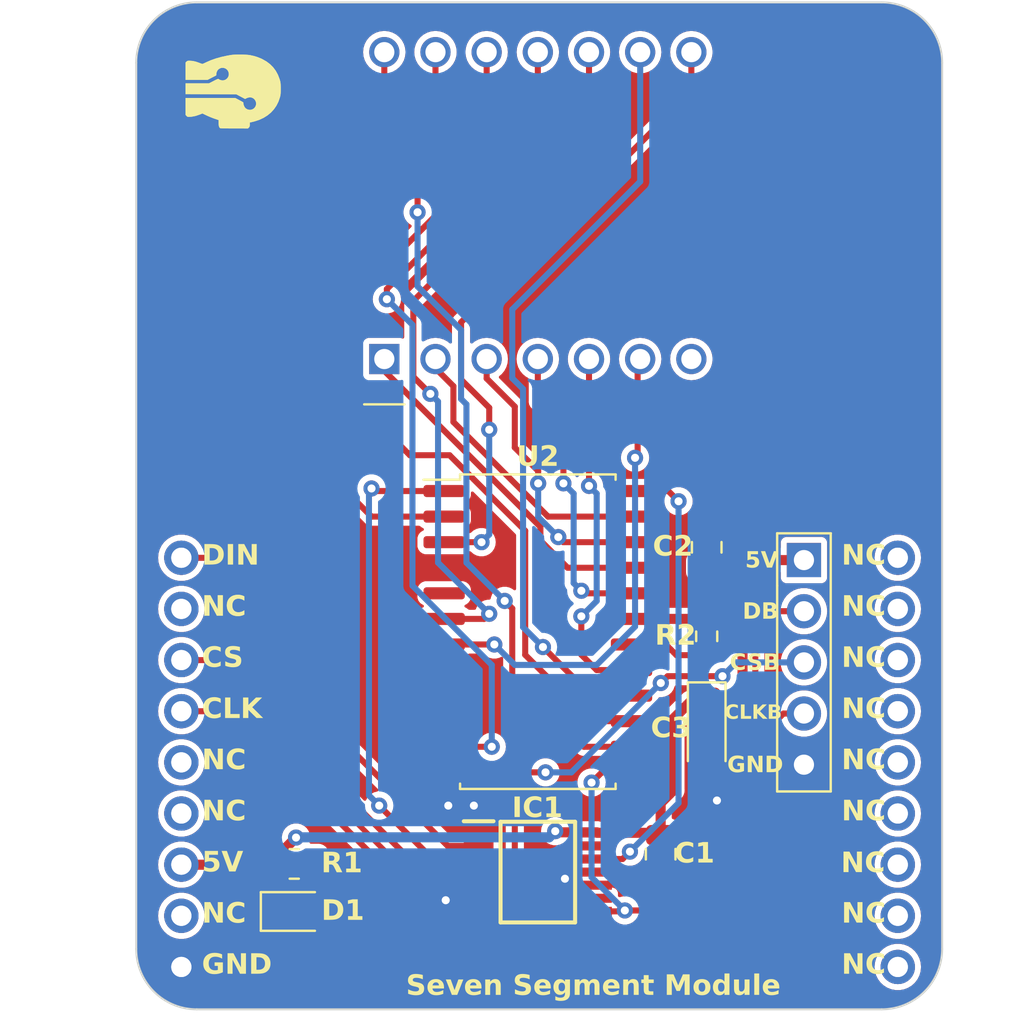
<source format=kicad_pcb>
(kicad_pcb (version 20240108) (generator "pcbnew") (generator_version "8.0")
  (layers (0 "F.Cu" signal) (31 "B.Cu" signal) (34 "B.Paste" user) (35 "F.Paste" user) (36 "B.SilkS" user "B.Silkscreen") (37 "F.SilkS" user "F.Silkscreen") (38 "B.Mask" user) (39 "F.Mask" user) (44 "Edge.Cuts" user))
  (net 0 "")
  (net 1 "+5V")
  (net 2 "GND")
  (net 3 "Net-(D1-A)")
  (net 4 "DIN")
  (net 5 "DINB")
  (net 6 "CS")
  (net 7 "CSB")
  (net 8 "CLKB")
  (net 9 "CLK")
  (net 10 "DOUTB")
  (net 11 "DOUT")
  (net 12 "Net-(U2-ISET)")
  (net 13 "E")
  (net 14 "D")
  (net 15 "DP")
  (net 16 "C")
  (net 17 "G")
  (net 18 "D3")
  (net 20 "D4")
  (net 21 "B")
  (net 22 "D2")
  (net 23 "D1")
  (net 24 "F")
  (net 25 "D0")
  (net 29 "A")
  (footprint "Package_SO:SOIC-24W_7.5x15.4mm_P1.27mm" (layer "F.Cu") (at 110.744 110.871)
    (property "Reference" "U2" (at 0 -8.65 0) (layer "F.SilkS") (effects (font (thickness 0.15) (bold yes))))
    (property "Value" "MAX7219" (hide yes))
    (fp_line (start -3.86 -7.81) (end -3.86 -7.545) (stroke (width 0.12)) (layer "F.SilkS"))
    (fp_line (start -3.86 -7.545) (end -5.675 -7.545) (stroke (width 0.12)) (layer "F.SilkS"))
    (fp_line (start -3.86 7.81) (end -3.86 7.545) (stroke (width 0.12)) (layer "F.SilkS"))
    (fp_line (start 0 -7.81) (end -3.86 -7.81) (stroke (width 0.12)) (layer "F.SilkS"))
    (fp_line (start 0 -7.81) (end 3.86 -7.81) (stroke (width 0.12)) (layer "F.SilkS"))
    (fp_line (start 0 7.81) (end -3.86 7.81) (stroke (width 0.12)) (layer "F.SilkS"))
    (fp_line (start 0 7.81) (end 3.86 7.81) (stroke (width 0.12)) (layer "F.SilkS"))
    (fp_line (start 3.86 -7.81) (end 3.86 -7.545) (stroke (width 0.12)) (layer "F.SilkS"))
    (fp_line (start 3.86 7.81) (end 3.86 7.545) (stroke (width 0.12)) (layer "F.SilkS"))
    (pad "1" smd roundrect (at -4.65 -6.985) (size 2.05 0.6) (layers "F.Cu" "F.Paste" "F.Mask") (net 5 "DINB"))
    (pad "2" smd roundrect (at -4.65 -5.715) (size 2.05 0.6) (layers "F.Cu" "F.Paste" "F.Mask") (net 25 "D0"))
    (pad "3" smd roundrect (at -4.65 -4.445) (size 2.05 0.6) (layers "F.Cu" "F.Paste" "F.Mask") (net 20 "D4"))
    (pad "4" smd roundrect (at -4.65 -3.175) (size 2.05 0.6) (layers "F.Cu" "F.Paste" "F.Mask") (net 2 "GND"))
    (pad "5" smd roundrect (at -4.65 -1.905) (size 2.05 0.6) (layers "F.Cu" "F.Paste" "F.Mask"))
    (pad "6" smd roundrect (at -4.65 -0.635) (size 2.05 0.6) (layers "F.Cu" "F.Paste" "F.Mask") (net 22 "D2"))
    (pad "7" smd roundrect (at -4.65 0.635) (size 2.05 0.6) (layers "F.Cu" "F.Paste" "F.Mask") (net 18 "D3"))
    (pad "8" smd roundrect (at -4.65 1.905) (size 2.05 0.6) (layers "F.Cu" "F.Paste" "F.Mask"))
    (pad "9" smd roundrect (at -4.65 3.175) (size 2.05 0.6) (layers "F.Cu" "F.Paste" "F.Mask") (net 2 "GND"))
    (pad "10" smd roundrect (at -4.65 4.445) (size 2.05 0.6) (layers "F.Cu" "F.Paste" "F.Mask"))
    (pad "11" smd roundrect (at -4.65 5.715) (size 2.05 0.6) (layers "F.Cu" "F.Paste" "F.Mask") (net 23 "D1"))
    (pad "12" smd roundrect (at -4.65 6.985) (size 2.05 0.6) (layers "F.Cu" "F.Paste" "F.Mask") (net 7 "CSB"))
    (pad "13" smd roundrect (at 4.65 6.985) (size 2.05 0.6) (layers "F.Cu" "F.Paste" "F.Mask") (net 8 "CLKB"))
    (pad "14" smd roundrect (at 4.65 5.715) (size 2.05 0.6) (layers "F.Cu" "F.Paste" "F.Mask") (net 29 "A"))
    (pad "15" smd roundrect (at 4.65 4.445) (size 2.05 0.6) (layers "F.Cu" "F.Paste" "F.Mask") (net 24 "F"))
    (pad "16" smd roundrect (at 4.65 3.175) (size 2.05 0.6) (layers "F.Cu" "F.Paste" "F.Mask") (net 21 "B"))
    (pad "17" smd roundrect (at 4.65 1.905) (size 2.05 0.6) (layers "F.Cu" "F.Paste" "F.Mask") (net 17 "G"))
    (pad "18" smd roundrect (at 4.65 0.635) (size 2.05 0.6) (layers "F.Cu" "F.Paste" "F.Mask") (net 12 "Net-(U2-ISET)"))
    (pad "19" smd roundrect (at 4.65 -0.635) (size 2.05 0.6) (layers "F.Cu" "F.Paste" "F.Mask") (net 1 "+5V"))
    (pad "20" smd roundrect (at 4.65 -1.905) (size 2.05 0.6) (layers "F.Cu" "F.Paste" "F.Mask") (net 16 "C"))
    (pad "21" smd roundrect (at 4.65 -3.175) (size 2.05 0.6) (layers "F.Cu" "F.Paste" "F.Mask") (net 13 "E"))
    (pad "22" smd roundrect (at 4.65 -4.445) (size 2.05 0.6) (layers "F.Cu" "F.Paste" "F.Mask") (net 15 "DP"))
    (pad "23" smd roundrect (at 4.65 -5.715) (size 2.05 0.6) (layers "F.Cu" "F.Paste" "F.Mask") (net 14 "D"))
    (pad "24" smd roundrect (at 4.65 -6.985) (size 2.05 0.6) (layers "F.Cu" "F.Paste" "F.Mask") (net 11 "DOUT"))
  )
  (footprint "Capacitor_SMD:C_0805_2012Metric" (layer "F.Cu") (at 119.126 106.68 90)
    (property "Reference" "C2" (at 0 -1.68 180) (layer "F.SilkS") (effects (font (thickness 0.15) (bold yes))))
    (property "Value" "0.1uF" (hide yes))
    (fp_line (start -0.261252 -0.735) (end 0.261252 -0.735) (stroke (width 0.12)) (layer "F.SilkS"))
    (fp_line (start -0.261252 0.735) (end 0.261252 0.735) (stroke (width 0.12)) (layer "F.SilkS"))
    (pad "1" smd roundrect (at -0.95 0 90) (size 1 1.45) (layers "F.Cu" "F.Paste" "F.Mask") (net 1 "+5V"))
    (pad "2" smd roundrect (at 0.95 0 90) (size 1 1.45) (layers "F.Cu" "F.Paste" "F.Mask") (net 2 "GND"))
  )
  (footprint "74LVC125APW:SOP65P640X110-14N" (layer "F.Cu") (at 110.744 122.809)
    (property "Reference" "IC1" (at -0.0254 -3.1496 0) (layer "F.SilkS") (effects (font (thickness 0.254) (bold yes))))
    (property "Value" "74HCT125PW,118" (hide yes))
    (fp_line (start -3.675 -2.525) (end -2.2 -2.525) (stroke (width 0.2)) (layer "F.SilkS"))
    (fp_line (start -1.85 -2.5) (end 1.85 -2.5) (stroke (width 0.2)) (layer "F.SilkS"))
    (fp_line (start -1.85 2.5) (end -1.85 -2.5) (stroke (width 0.2)) (layer "F.SilkS"))
    (fp_line (start 1.85 -2.5) (end 1.85 2.5) (stroke (width 0.2)) (layer "F.SilkS"))
    (fp_line (start 1.85 2.5) (end -1.85 2.5) (stroke (width 0.2)) (layer "F.SilkS"))
    (pad "1" smd rect (at -2.938 -1.95 90) (size 0.45 1.475) (layers "F.Cu" "F.Paste" "F.Mask") (net 2 "GND"))
    (pad "2" smd rect (at -2.938 -1.3 90) (size 0.45 1.475) (layers "F.Cu" "F.Paste" "F.Mask") (net 4 "DIN"))
    (pad "3" smd rect (at -2.938 -0.65 90) (size 0.45 1.475) (layers "F.Cu" "F.Paste" "F.Mask") (net 5 "DINB"))
    (pad "4" smd rect (at -2.938 0 90) (size 0.45 1.475) (layers "F.Cu" "F.Paste" "F.Mask") (net 2 "GND"))
    (pad "5" smd rect (at -2.938 0.65 90) (size 0.45 1.475) (layers "F.Cu" "F.Paste" "F.Mask") (net 6 "CS"))
    (pad "6" smd rect (at -2.938 1.3 90) (size 0.45 1.475) (layers "F.Cu" "F.Paste" "F.Mask") (net 7 "CSB"))
    (pad "7" smd rect (at -2.938 1.95 90) (size 0.45 1.475) (layers "F.Cu" "F.Paste" "F.Mask") (net 2 "GND"))
    (pad "8" smd rect (at 2.938 1.95 90) (size 0.45 1.475) (layers "F.Cu" "F.Paste" "F.Mask") (net 8 "CLKB"))
    (pad "9" smd rect (at 2.938 1.3 90) (size 0.45 1.475) (layers "F.Cu" "F.Paste" "F.Mask") (net 9 "CLK"))
    (pad "10" smd rect (at 2.938 0.65 90) (size 0.45 1.475) (layers "F.Cu" "F.Paste" "F.Mask") (net 2 "GND"))
    (pad "11" smd rect (at 2.938 0 90) (size 0.45 1.475) (layers "F.Cu" "F.Paste" "F.Mask") (net 10 "DOUTB"))
    (pad "12" smd rect (at 2.938 -0.65 90) (size 0.45 1.475) (layers "F.Cu" "F.Paste" "F.Mask") (net 11 "DOUT"))
    (pad "13" smd rect (at 2.938 -1.3 90) (size 0.45 1.475) (layers "F.Cu" "F.Paste" "F.Mask") (net 2 "GND"))
    (pad "14" smd rect (at 2.938 -1.95 90) (size 0.45 1.475) (layers "F.Cu" "F.Paste" "F.Mask") (net 1 "+5V"))
  )
  (footprint "Capacitor_SMD:C_0805_2012Metric" (layer "F.Cu") (at 116.84 121.92 -90)
    (property "Reference" "C1" (at 0 -1.68 180) (layer "F.SilkS") (effects (font (thickness 0.15) (bold yes))))
    (property "Value" "0.1uF" (hide yes))
    (fp_line (start -0.261252 0.735) (end 0.261252 0.735) (stroke (width 0.12)) (layer "F.SilkS"))
    (fp_line (start -0.261252 -0.735) (end 0.261252 -0.735) (stroke (width 0.12)) (layer "F.SilkS"))
    (pad "1" smd roundrect (at -0.95 0 270) (size 1 1.45) (layers "F.Cu" "F.Paste" "F.Mask") (net 1 "+5V"))
    (pad "2" smd roundrect (at 0.95 0 270) (size 1 1.45) (layers "F.Cu" "F.Paste" "F.Mask") (net 2 "GND"))
  )
  (footprint "Connector_PinHeader_2.54mm:PinHeader_1x05_P2.54mm_Vertical" (layer "F.Cu") (at 123.952 107.315)
    (property "Reference" "J1" (hide yes))
    (property "Value" "Conn_01x05_Pin" (hide yes))
    (fp_line (start -1.33 -1.33) (end 1.337 -1.33) (stroke (width 0.12)) (layer "F.SilkS"))
    (fp_line (start -1.33 1.27) (end -1.33 -1.33) (stroke (width 0.12)) (layer "F.SilkS"))
    (fp_line (start -1.33 1.27) (end -1.33 11.49) (stroke (width 0.12)) (layer "F.SilkS"))
    (fp_line (start -1.33 11.49) (end 1.33 11.49) (stroke (width 0.12)) (layer "F.SilkS"))
    (fp_line (start 1.33 -1.3208) (end 1.33 11.49) (stroke (width 0.12)) (layer "F.SilkS"))
    (pad "1" thru_hole rect (at 0 0) (size 1.7 1.7) (drill 1) (layers "*.Cu" "*.Mask") (net 1 "+5V"))
    (pad "2" thru_hole oval (at 0 2.54) (size 1.7 1.7) (drill 1) (layers "*.Cu" "*.Mask") (net 10 "DOUTB"))
    (pad "3" thru_hole oval (at 0 5.08) (size 1.7 1.7) (drill 1) (layers "*.Cu" "*.Mask") (net 7 "CSB"))
    (pad "4" thru_hole oval (at 0 7.62) (size 1.7 1.7) (drill 1) (layers "*.Cu" "*.Mask") (net 8 "CLKB"))
    (pad "5" thru_hole oval (at 0 10.16) (size 1.7 1.7) (drill 1) (layers "*.Cu" "*.Mask") (net 2 "GND"))
  )
  (footprint "meminle:CA56-12CGKWA" (layer "F.Cu") (at 103.124 97.3315 90)
    (property "Reference" "U1" (hide yes))
    (property "Value" "CA56-12CGKWA" (hide yes))
    (fp_line (start -2.25 -1) (end -2.25 1) (stroke (width 0.12)) (layer "F.SilkS"))
    (pad "1" thru_hole rect (at 0 0 90) (size 1.5 1.5) (drill 1) (layers "*.Cu" "*.Mask") (net 13 "E"))
    (pad "2" thru_hole circle (at 0 2.54 90) (size 1.5 1.5) (drill 1) (layers "*.Cu" "*.Mask") (net 14 "D"))
    (pad "3" thru_hole circle (at 0 5.08 90) (size 1.5 1.5) (drill 1) (layers "*.Cu" "*.Mask") (net 15 "DP"))
    (pad "4" thru_hole circle (at 0 7.62 90) (size 1.5 1.5) (drill 1) (layers "*.Cu" "*.Mask") (net 16 "C"))
    (pad "5" thru_hole circle (at 0 10.16 90) (size 1.5 1.5) (drill 1) (layers "*.Cu" "*.Mask") (net 17 "G"))
    (pad "6" thru_hole circle (at 0 12.7 90) (size 1.5 1.5) (drill 1) (layers "*.Cu" "*.Mask") (net 18 "D3"))
    (pad "7" thru_hole circle (at 0 15.24 90) (size 1.5 1.5) (drill 1) (layers "*.Cu" "*.Mask"))
    (pad "8" thru_hole circle (at 15.24 15.24 90) (size 1.5 1.5) (drill 1) (layers "*.Cu" "*.Mask") (net 20 "D4"))
    (pad "9" thru_hole circle (at 15.24 12.7 90) (size 1.5 1.5) (drill 1) (layers "*.Cu" "*.Mask") (net 21 "B"))
    (pad "10" thru_hole circle (at 15.24 10.16 90) (size 1.5 1.5) (drill 1) (layers "*.Cu" "*.Mask") (net 22 "D2"))
    (pad "11" thru_hole circle (at 15.24 7.62 90) (size 1.5 1.5) (drill 1) (layers "*.Cu" "*.Mask") (net 23 "D1"))
    (pad "12" thru_hole circle (at 15.24 5.08 90) (size 1.5 1.5) (drill 1) (layers "*.Cu" "*.Mask") (net 24 "F"))
    (pad "13" thru_hole circle (at 15.24 2.54 90) (size 1.5 1.5) (drill 1) (layers "*.Cu" "*.Mask") (net 29 "A"))
    (pad "14" thru_hole circle (at 15.24 0 90) (size 1.5 1.5) (drill 1) (layers "*.Cu" "*.Mask") (net 25 "D0"))
  )
  (footprint "Capacitor_Tantalum_SMD:CP_EIA-3216-10_Kemet-I" (layer "F.Cu") (at 119.126 115.697 -90)
    (property "Reference" "C3" (at 0 1.778 180) (layer "F.SilkS") (effects (font (thickness 0.15) (bold yes))))
    (property "Value" "C_Polarized" (hide yes))
    (fp_line (start -2.31 0.935) (end 1.6 0.935) (stroke (width 0.12)) (layer "F.SilkS"))
    (fp_line (start -2.31 -0.935) (end -2.31 0.935) (stroke (width 0.12)) (layer "F.SilkS"))
    (fp_line (start 1.6 -0.935) (end -2.31 -0.935) (stroke (width 0.12)) (layer "F.SilkS"))
    (pad "1" smd roundrect (at -1.35 0 270) (size 1.4 1.35) (layers "F.Cu" "F.Paste" "F.Mask") (roundrect_rratio 0.185185) (net 1 "+5V"))
    (pad "2" smd roundrect (at 1.35 0 270) (size 1.4 1.35) (layers "F.Cu" "F.Paste" "F.Mask") (roundrect_rratio 0.185185) (net 2 "GND"))
  )
  (footprint "Resistor_SMD:R_0805_2012Metric" (layer "F.Cu") (at 98.6536 122.4026)
    (property "Reference" "R1" (at 2.3622 0 180) (layer "F.SilkS") (effects (font (thickness 0.15) (bold yes))))
    (property "Value" "R" (hide yes))
    (fp_line (start -0.227064 -0.735) (end 0.227064 -0.735) (stroke (width 0.12)) (layer "F.SilkS"))
    (fp_line (start -0.227064 0.735) (end 0.227064 0.735) (stroke (width 0.12)) (layer "F.SilkS"))
    (pad "1" smd roundrect (at -0.9125 0) (size 1.025 1.4) (layers "F.Cu" "F.Paste" "F.Mask") (roundrect_rratio 0.243902) (net 1 "+5V"))
    (pad "2" smd roundrect (at 0.9125 0) (size 1.025 1.4) (layers "F.Cu" "F.Paste" "F.Mask") (roundrect_rratio 0.243902) (net 3 "Net-(D1-A)"))
  )
  (footprint "Resistor_SMD:R_0603_1608Metric" (layer "F.Cu") (at 119.126 111.0996 -90)
    (property "Reference" "R2" (at 0 1.5494 180) (layer "F.SilkS") (effects (font (thickness 0.15) (bold yes))))
    (property "Value" "10k" (hide yes))
    (fp_line (start -0.237258 0.5225) (end 0.237258 0.5225) (stroke (width 0.12)) (layer "F.SilkS"))
    (fp_line (start -0.237258 -0.5225) (end 0.237258 -0.5225) (stroke (width 0.12)) (layer "F.SilkS"))
    (pad "1" smd roundrect (at -0.825 0 270) (size 0.8 0.95) (layers "F.Cu" "F.Paste" "F.Mask") (net 1 "+5V"))
    (pad "2" smd roundrect (at 0.825 0 270) (size 0.8 0.95) (layers "F.Cu" "F.Paste" "F.Mask") (net 12 "Net-(U2-ISET)"))
  )
  (footprint "Moduler_:pin_header_5-3" (layer "F.Cu") (at 110.801366 117.391598)
    (property "Reference" "U3" (hide yes))
    (property "Value" "~" (hide yes))
    (fp_poly (pts (xy -14.710948 -35.17884) (xy -14.585939 -35.174576) (xy -14.474002 -35.167811) (xy -14.382368 -35.158606) (xy -14.34329 -35.152534) (xy -14.154835 -35.11138) (xy -13.984897 -35.060364) (xy -13.820935 -34.995405) (xy -13.73097 -34.953342) (xy -13.527375 -34.837922) (xy -13.348687 -34.703228) (xy -13.194484 -34.548746) (xy -13.064344 -34.373962) (xy -12.957846 -34.178362) (xy -12.874566 -33.961431) (xy -12.851087 -33.881335) (xy -12.838325 -33.829151) (xy -12.829212 -33.776795) (xy -12.823172 -33.71741) (xy -12.81963 -33.644137) (xy -12.818011 -33.550119) (xy -12.817726 -33.483485) (xy -12.818037 -33.37837) (xy -12.819745 -33.297491) (xy -12.823539 -33.2335) (xy -12.830105 -33.17905) (xy -12.840132 -33.126793) (xy -12.854308 -33.06938) (xy -12.857653 -33.056811) (xy -12.93108 -32.841374) (xy -13.030729 -32.642803) (xy -13.155513 -32.462084) (xy -13.304344 -32.300201) (xy -13.476134 -32.158139) (xy -13.669797 -32.036884) (xy -13.884244 -31.93742) (xy -14.118388 -31.860732) (xy -14.200901 -31.840337) (xy -14.354913 -31.805212) (xy -14.354913 -31.70327) (xy -14.356453 -31.645196) (xy -14.363385 -31.60754) (xy -14.379173 -31.579187) (xy -14.401086 -31.555155) (xy -14.447259 -31.508982) (xy -15.123754 -31.509463) (xy -15.31892 -31.51001) (xy -15.482554 -31.511353) (xy -15.614702 -31.513493) (xy -15.715413 -31.516432) (xy -15.784737 -31.52017) (xy -15.82272 -31.524708) (xy -15.829372 -31.526872) (xy -15.865071 -31.564552) (xy -15.888907 -31.629647) (xy -15.90111 -31.722975) (xy -15.902948 -31.788854) (xy -15.902973 -31.927577) (xy -16.102689 -31.995173) (xy -16.198979 -32.03008) (xy -16.30906 -32.073627) (xy -16.41864 -32.119985) (xy -16.504486 -32.15904) (xy -16.706568 -32.255311) (xy -16.850424 -32.197068) (xy -17.03963 -32.132811) (xy -17.221023 -32.096904) (xy -17.33758 -32.088314) (xy -17.397934 -32.087624) (xy -17.436315 -32.091059) (xy -17.462315 -32.101512) (xy -17.485529 -32.121876) (xy -17.499489 -32.137123) (xy -17.545709 -32.18871) (xy -17.545709 -32.607055) (xy -17.545709 -33.0254) (xy -16.312292 -33.0254) (xy -15.078876 -33.0254) (xy -14.869167 -32.91472) (xy -14.788206 -32.871562) (xy -14.731432 -32.839759) (xy -14.694859 -32.816377) (xy -14.6745 -32.798482) (xy -14.666369 -32.783139) (xy -14.666477 -32.767412) (xy -14.666779 -32.765751) (xy -14.665126 -32.712626) (xy -14.646602 -32.647798) (xy -14.615766 -32.582773) (xy -14.577176 -32.529059) (xy -14.570128 -32.521836) (xy -14.521593 -32.485665) (xy -14.46201 -32.455235) (xy -14.440165 -32.447418) (xy -14.346411 -32.433525) (xy -14.258748 -32.44701) (xy -14.180875 -32.483784) (xy -14.116492 -32.539757) (xy -14.069298 -32.610842) (xy -14.042993 -32.692949) (xy -14.041277 -32.781989) (xy -14.06344 -32.863783) (xy -14.114073 -32.948142) (xy -14.183136 -33.009345) (xy -14.265955 -33.045786) (xy -14.35786 -33.055858) (xy -14.454177 -33.037956) (xy -14.506418 -33.016072) (xy -14.587296 -32.975152) (xy -14.80677 -33.091103) (xy -15.026244 -33.207055) (xy -16.285976 -33.211369) (xy -17.545709 -33.215684) (xy -17.545709 -33.483851) (xy -17.545709 -33.752017) (xy -16.961474 -33.752017) (xy -16.377239 -33.752017) (xy -16.149006 -33.870641) (xy -16.050994 -33.920159) (xy -15.978201 -33.95376) (xy -15.93116 -33.971216) (xy -15.91041 -33.972302) (xy -15.909899 -33.97167) (xy -15.889735 -33.954812) (xy -15.851779 -33.93309) (xy -15.833841 -33.924476) (xy -15.74271 -33.898346) (xy -15.654046 -33.900218) (xy -15.572016 -33.926547) (xy -15.500786 -33.973787) (xy -15.444523 -34.038396) (xy -15.407394 -34.116826) (xy -15.393566 -34.205535) (xy -15.404165 -34.29) (xy -15.441455 -34.376665) (xy -15.500566 -34.445985) (xy -15.575798 -34.495062) (xy -15.661453 -34.520999) (xy -15.751831 -34.520897) (xy -15.820285 -34.501574) (xy -15.90513 -34.451436) (xy -15.965566 -34.38171) (xy -16.00221 -34.291517) (xy -16.012904 -34.228531) (xy -16.021393 -34.144286) (xy -16.233611 -34.03503) (xy -16.445829 -33.925773) (xy -16.995769 -33.925773) (xy -17.545709 -33.925773) (xy -17.545709 -34.353481) (xy -17.545709 -34.781189) (xy -17.499536 -34.827362) (xy -17.472807 -34.851465) (xy -17.44641 -34.865291) (xy -17.410518 -34.871628) (xy -17.355302 -34.87326) (xy -17.337627 -34.87326) (xy -17.1905 -34.86262) (xy -17.039194 -34.830323) (xy -16.876273 -34.774761) (xy -16.86862 -34.771717) (xy -16.805513 -34.747338) (xy -16.752102 -34.728303) (xy -16.716061 -34.71727) (xy -16.706518 -34.715574) (xy -16.684698 -34.722235) (xy -16.640805 -34.740425) (xy -16.580976 -34.767455) (xy -16.511349 -34.800638) (xy -16.503128 -34.804659) (xy -16.279364 -34.902437) (xy -16.029016 -34.989762) (xy -15.755661 -35.065594) (xy -15.46287 -35.128896) (xy -15.27898 -35.160488) (xy -15.197078 -35.169653) (xy -15.092093 -35.176009) (xy -14.971256 -35.179618) (xy -14.841797 -35.180541)) (fill solid) (layer "F.SilkS"))
    (fp_poly (pts (xy -14.710948 -35.17884) (xy -14.585939 -35.174576) (xy -14.474002 -35.167811) (xy -14.382368 -35.158606) (xy -14.34329 -35.152534) (xy -14.154835 -35.11138) (xy -13.984897 -35.060364) (xy -13.820935 -34.995405) (xy -13.73097 -34.953342) (xy -13.527375 -34.837922) (xy -13.348687 -34.703228) (xy -13.194484 -34.548746) (xy -13.064344 -34.373962) (xy -12.957846 -34.178362) (xy -12.874566 -33.961431) (xy -12.851087 -33.881335) (xy -12.838325 -33.829151) (xy -12.829212 -33.776795) (xy -12.823172 -33.71741) (xy -12.81963 -33.644137) (xy -12.818011 -33.550119) (xy -12.817726 -33.483485) (xy -12.818037 -33.37837) (xy -12.819745 -33.297491) (xy -12.823539 -33.2335) (xy -12.830105 -33.17905) (xy -12.840132 -33.126793) (xy -12.854308 -33.06938) (xy -12.857653 -33.056811) (xy -12.93108 -32.841374) (xy -13.030729 -32.642803) (xy -13.155513 -32.462084) (xy -13.304344 -32.300201) (xy -13.476134 -32.158139) (xy -13.669797 -32.036884) (xy -13.884244 -31.93742) (xy -14.118388 -31.860732) (xy -14.200901 -31.840337) (xy -14.354913 -31.805212) (xy -14.354913 -31.70327) (xy -14.356453 -31.645196) (xy -14.363385 -31.60754) (xy -14.379173 -31.579187) (xy -14.401086 -31.555155) (xy -14.447259 -31.508982) (xy -15.123754 -31.509463) (xy -15.31892 -31.51001) (xy -15.482554 -31.511353) (xy -15.614702 -31.513493) (xy -15.715413 -31.516432) (xy -15.784737 -31.52017) (xy -15.82272 -31.524708) (xy -15.829372 -31.526872) (xy -15.865071 -31.564552) (xy -15.888907 -31.629647) (xy -15.90111 -31.722975) (xy -15.902948 -31.788854) (xy -15.902973 -31.927577) (xy -16.102689 -31.995173) (xy -16.198979 -32.03008) (xy -16.30906 -32.073627) (xy -16.41864 -32.119985) (xy -16.504486 -32.15904) (xy -16.706568 -32.255311) (xy -16.850424 -32.197068) (xy -17.03963 -32.132811) (xy -17.221023 -32.096904) (xy -17.33758 -32.088314) (xy -17.397934 -32.087624) (xy -17.436315 -32.091059) (xy -17.462315 -32.101512) (xy -17.485529 -32.121876) (xy -17.499489 -32.137123) (xy -17.545709 -32.18871) (xy -17.545709 -32.607055) (xy -17.545709 -33.0254) (xy -16.312292 -33.0254) (xy -15.078876 -33.0254) (xy -14.869167 -32.91472) (xy -14.788206 -32.871562) (xy -14.731432 -32.839759) (xy -14.694859 -32.816377) (xy -14.6745 -32.798482) (xy -14.666369 -32.783139) (xy -14.666477 -32.767412) (xy -14.666779 -32.765751) (xy -14.665126 -32.712626) (xy -14.646602 -32.647798) (xy -14.615766 -32.582773) (xy -14.577176 -32.529059) (xy -14.570128 -32.521836) (xy -14.521593 -32.485665) (xy -14.46201 -32.455235) (xy -14.440165 -32.447418) (xy -14.346411 -32.433525) (xy -14.258748 -32.44701) (xy -14.180875 -32.483784) (xy -14.116492 -32.539757) (xy -14.069298 -32.610842) (xy -14.042993 -32.692949) (xy -14.041277 -32.781989) (xy -14.06344 -32.863783) (xy -14.114073 -32.948142) (xy -14.183136 -33.009345) (xy -14.265955 -33.045786) (xy -14.35786 -33.055858) (xy -14.454177 -33.037956) (xy -14.506418 -33.016072) (xy -14.587296 -32.975152) (xy -14.80677 -33.091103) (xy -15.026244 -33.207055) (xy -16.285976 -33.211369) (xy -17.545709 -33.215684) (xy -17.545709 -33.483851) (xy -17.545709 -33.752017) (xy -16.961474 -33.752017) (xy -16.377239 -33.752017) (xy -16.149006 -33.870641) (xy -16.050994 -33.920159) (xy -15.978201 -33.95376) (xy -15.93116 -33.971216) (xy -15.91041 -33.972302) (xy -15.909899 -33.97167) (xy -15.889735 -33.954812) (xy -15.851779 -33.93309) (xy -15.833841 -33.924476) (xy -15.74271 -33.898346) (xy -15.654046 -33.900218) (xy -15.572016 -33.926547) (xy -15.500786 -33.973787) (xy -15.444523 -34.038396) (xy -15.407394 -34.116826) (xy -15.393566 -34.205535) (xy -15.404165 -34.29) (xy -15.441455 -34.376665) (xy -15.500566 -34.445985) (xy -15.575798 -34.495062) (xy -15.661453 -34.520999) (xy -15.751831 -34.520897) (xy -15.820285 -34.501574) (xy -15.90513 -34.451436) (xy -15.965566 -34.38171) (xy -16.00221 -34.291517) (xy -16.012904 -34.228531) (xy -16.021393 -34.144286) (xy -16.233611 -34.03503) (xy -16.445829 -33.925773) (xy -16.995769 -33.925773) (xy -17.545709 -33.925773) (xy -17.545709 -34.353481) (xy -17.545709 -34.781189) (xy -17.499536 -34.827362) (xy -17.472807 -34.851465) (xy -17.44641 -34.865291) (xy -17.410518 -34.871628) (xy -17.355302 -34.87326) (xy -17.337627 -34.87326) (xy -17.1905 -34.86262) (xy -17.039194 -34.830323) (xy -16.876273 -34.774761) (xy -16.86862 -34.771717) (xy -16.805513 -34.747338) (xy -16.752102 -34.728303) (xy -16.716061 -34.71727) (xy -16.706518 -34.715574) (xy -16.684698 -34.722235) (xy -16.640805 -34.740425) (xy -16.580976 -34.767455) (xy -16.511349 -34.800638) (xy -16.503128 -34.804659) (xy -16.279364 -34.902437) (xy -16.029016 -34.989762) (xy -15.755661 -35.065594) (xy -15.46287 -35.128896) (xy -15.27898 -35.160488) (xy -15.197078 -35.169653) (xy -15.092093 -35.176009) (xy -14.971256 -35.179618) (xy -14.841797 -35.180541)) (fill solid) (layer "F.SilkS"))
    (fp_line (start -19.9898 9.2302) (end -19.9898 -34.7698) (stroke (width 0.1)) (layer "Edge.Cuts"))
    (fp_line (start -16.9898 -37.7698) (end 17.0102 -37.7698) (stroke (width 0.1)) (layer "Edge.Cuts"))
    (fp_line (start 17.0102 12.2302) (end -16.9898 12.2302) (stroke (width 0.1)) (layer "Edge.Cuts"))
    (fp_line (start 20.0102 -34.7698) (end 20.0102 9.2302) (stroke (width 0.1)) (layer "Edge.Cuts"))
    (fp_arc (start -19.9898 -34.7698) (mid -19.11112 -36.89112) (end -16.9898 -37.7698) (stroke (width 0.1)) (layer "Edge.Cuts"))
    (fp_arc (start -16.9898 12.2302) (mid -19.11112 11.35152) (end -19.9898 9.2302) (stroke (width 0.1)) (layer "Edge.Cuts"))
    (fp_arc (start 17.0102 -37.7698) (mid 19.13152 -36.89112) (end 20.0102 -34.7698) (stroke (width 0.1)) (layer "Edge.Cuts"))
    (fp_arc (start 20.0102 9.2302) (mid 19.13152 11.35152) (end 17.0102 12.2302) (stroke (width 0.1)) (layer "Edge.Cuts"))
    (fp_text user "NC" (at -16.735366 -7.143598 0) (layer "F.SilkS") (effects (font (thickness 0.2) (bold yes)) (justify left bottom)))
    (fp_text user "NC" (at 15.014634 -7.143598 0) (layer "F.SilkS") (effects (font (thickness 0.2) (bold yes)) (justify left bottom)))
    (fp_text user "NC" (at -16.735366 -7.143598 0) (layer "F.SilkS") (effects (font (thickness 0.2) (bold yes)) (justify left bottom)))
    (fp_text user "5V" (at -16.735366 5.556402 0) (layer "F.SilkS") (effects (font (thickness 0.2) (bold yes)) (justify left bottom)))
    (fp_text user "DIN" (at -16.735366 -9.683598 0) (layer "F.SilkS") (effects (font (thickness 0.2) (bold yes)) (justify left bottom)))
    (fp_text user "NC" (at -16.735366 8.096402 0) (layer "F.SilkS") (effects (font (thickness 0.2) (bold yes)) (justify left bottom)))
    (fp_text user "NC" (at -16.735366 3.016402 0) (layer "F.SilkS") (effects (font (thickness 0.2) (bold yes)) (justify left bottom)))
    (fp_text user "NC" (at 15.014634 8.096402 0) (layer "F.SilkS") (effects (font (thickness 0.2) (bold yes)) (justify left bottom)))
    (fp_text user "CS" (at -16.735366 -4.603598 0) (layer "F.SilkS") (effects (font (thickness 0.2) (bold yes)) (justify left bottom)))
    (fp_text user "Seven Segment Module" (at -6.604 11.684 0) (layer "F.SilkS") (effects (font (thickness 0.1) (bold yes)) (justify left bottom)))
    (fp_text user "NC" (at 15.014634 10.636402 0) (layer "F.SilkS") (effects (font (thickness 0.2) (bold yes)) (justify left bottom)))
    (fp_text user "NC" (at 14.986 5.588 0) (layer "F.SilkS") (effects (font (thickness 0.2) (bold yes)) (justify left bottom)))
    (fp_text user "GND" (at -16.735366 10.636402 0) (layer "F.SilkS") (effects (font (thickness 0.2) (bold yes)) (justify left bottom)))
    (fp_text user "NC" (at 15.014634 -9.683598 0) (layer "F.SilkS") (effects (font (thickness 0.2) (bold yes)) (justify left bottom)))
    (fp_text user "NC" (at 15.014634 3.016402 0) (layer "F.SilkS") (effects (font (thickness 0.2) (bold yes)) (justify left bottom)))
    (fp_text user "NC" (at -16.735366 0.476402 0) (layer "F.SilkS") (effects (font (thickness 0.2) (bold yes)) (justify left bottom)))
    (fp_text user "NC" (at 15.014634 -4.603598 0) (layer "F.SilkS") (effects (font (thickness 0.2) (bold yes)) (justify left bottom)))
    (fp_text user "CLK" (at -16.735366 -2.063598 0) (layer "F.SilkS") (effects (font (thickness 0.2) (bold yes)) (justify left bottom)))
    (fp_text user "NC" (at 15.014634 -2.063598 0) (layer "F.SilkS") (effects (font (thickness 0.2) (bold yes)) (justify left bottom)))
    (fp_text user "NC" (at 15.014634 0.476402 0) (layer "F.SilkS") (effects (font (thickness 0.2) (bold yes)) (justify left bottom)))
    (pad "1" thru_hole oval (at -17.751366 -10.191598) (size 1.7 1.7) (drill 1) (layers "*.Cu" "*.Mask") (net 4 "DIN"))
    (pad "1" thru_hole oval (at -17.751366 -10.191598) (size 1.7 1.7) (drill 1) (layers "*.Cu" "*.Mask") (net 4 "DIN"))
    (pad "2" thru_hole oval (at -17.751366 -7.651598) (size 1.7 1.7) (drill 1) (layers "*.Cu" "*.Mask"))
    (pad "2" thru_hole oval (at -17.751366 -7.651598) (size 1.7 1.7) (drill 1) (layers "*.Cu" "*.Mask"))
    (pad "3" thru_hole oval (at -17.751366 -5.111598) (size 1.7 1.7) (drill 1) (layers "*.Cu" "*.Mask") (net 6 "CS"))
    (pad "3" thru_hole oval (at -17.751366 -5.111598) (size 1.7 1.7) (drill 1) (layers "*.Cu" "*.Mask") (net 6 "CS"))
    (pad "4" thru_hole oval (at -17.751366 -2.571598) (size 1.7 1.7) (drill 1) (layers "*.Cu" "*.Mask") (net 9 "CLK"))
    (pad "4" thru_hole oval (at -17.751366 -2.571598) (size 1.7 1.7) (drill 1) (layers "*.Cu" "*.Mask") (net 9 "CLK"))
    (pad "5" thru_hole oval (at -17.751366 -0.031598) (size 1.7 1.7) (drill 1) (layers "*.Cu" "*.Mask"))
    (pad "5" thru_hole oval (at -17.751366 -0.031598) (size 1.7 1.7) (drill 1) (layers "*.Cu" "*.Mask"))
    (pad "6" thru_hole oval (at -17.751366 2.508402) (size 1.7 1.7) (drill 1) (layers "*.Cu" "*.Mask"))
    (pad "6" thru_hole oval (at -17.751366 2.508402) (size 1.7 1.7) (drill 1) (layers "*.Cu" "*.Mask"))
    (pad "7" thru_hole oval (at -17.751366 5.048402) (size 1.7 1.7) (drill 1) (layers "*.Cu" "*.Mask") (net 1 "+5V"))
    (pad "7" thru_hole oval (at -17.751366 5.048402) (size 1.7 1.7) (drill 1) (layers "*.Cu" "*.Mask") (net 1 "+5V"))
    (pad "8" thru_hole oval (at -17.751366 7.588402) (size 1.7 1.7) (drill 1) (layers "*.Cu" "*.Mask"))
    (pad "8" thru_hole oval (at -17.751366 7.588402) (size 1.7 1.7) (drill 1) (layers "*.Cu" "*.Mask"))
    (pad "9" thru_hole oval (at -17.751366 10.128402) (size 1.7 1.7) (drill 1) (layers "*.Cu" "*.Mask") (net 2 "GND"))
    (pad "9" thru_hole oval (at -17.751366 10.128402) (size 1.7 1.7) (drill 1) (layers "*.Cu" "*.Mask") (net 2 "GND"))
    (pad "10" thru_hole oval (at 17.808634 10.128402) (size 1.7 1.7) (drill 1) (layers "*.Cu" "*.Mask"))
    (pad "10" thru_hole oval (at 17.808634 10.128402) (size 1.7 1.7) (drill 1) (layers "*.Cu" "*.Mask"))
    (pad "11" thru_hole oval (at 17.808634 7.588402) (size 1.7 1.7) (drill 1) (layers "*.Cu" "*.Mask"))
    (pad "11" thru_hole oval (at 17.808634 7.588402) (size 1.7 1.7) (drill 1) (layers "*.Cu" "*.Mask"))
    (pad "12" thru_hole oval (at 17.808634 5.048402) (size 1.7 1.7) (drill 1) (layers "*.Cu" "*.Mask"))
    (pad "12" thru_hole oval (at 17.808634 5.048402) (size 1.7 1.7) (drill 1) (layers "*.Cu" "*.Mask"))
    (pad "13" thru_hole oval (at 17.808634 2.508402) (size 1.7 1.7) (drill 1) (layers "*.Cu" "*.Mask"))
    (pad "13" thru_hole oval (at 17.808634 2.508402) (size 1.7 1.7) (drill 1) (layers "*.Cu" "*.Mask"))
    (pad "14" thru_hole oval (at 17.808634 -0.031598) (size 1.7 1.7) (drill 1) (layers "*.Cu" "*.Mask"))
    (pad "14" thru_hole oval (at 17.808634 -0.031598) (size 1.7 1.7) (drill 1) (layers "*.Cu" "*.Mask"))
    (pad "15" thru_hole oval (at 17.808634 -2.571598) (size 1.7 1.7) (drill 1) (layers "*.Cu" "*.Mask"))
    (pad "15" thru_hole oval (at 17.808634 -2.571598) (size 1.7 1.7) (drill 1) (layers "*.Cu" "*.Mask"))
    (pad "16" thru_hole oval (at 17.808634 -5.111598) (size 1.7 1.7) (drill 1) (layers "*.Cu" "*.Mask"))
    (pad "16" thru_hole oval (at 17.808634 -5.111598) (size 1.7 1.7) (drill 1) (layers "*.Cu" "*.Mask"))
    (pad "17" thru_hole oval (at 17.808634 -7.651598) (size 1.7 1.7) (drill 1) (layers "*.Cu" "*.Mask"))
    (pad "17" thru_hole oval (at 17.808634 -7.651598) (size 1.7 1.7) (drill 1) (layers "*.Cu" "*.Mask"))
    (pad "18" thru_hole oval (at 17.808634 -10.191598) (size 1.7 1.7) (drill 1) (layers "*.Cu" "*.Mask"))
    (pad "18" thru_hole oval (at 17.808634 -10.191598) (size 1.7 1.7) (drill 1) (layers "*.Cu" "*.Mask"))
  )
  (footprint "LED_SMD:LED_0805_2012Metric" (layer "F.Cu") (at 98.6813 124.7648)
    (property "Reference" "D1" (at 2.3853 0 0) (layer "F.SilkS") (effects (font (thickness 0.16) (bold yes))))
    (property "Value" "LED" (hide yes))
    (fp_line (start -1.685 -0.96) (end -1.685 0.96) (stroke (width 0.12)) (layer "F.SilkS"))
    (fp_line (start -1.685 0.96) (end 1 0.96) (stroke (width 0.12)) (layer "F.SilkS"))
    (fp_line (start 1 -0.96) (end -1.685 -0.96) (stroke (width 0.12)) (layer "F.SilkS"))
    (pad "1" smd roundrect (at -0.9375 0) (size 0.975 1.4) (layers "F.Cu" "F.Paste" "F.Mask") (net 2 "GND"))
    (pad "2" smd roundrect (at 0.9375 0) (size 0.975 1.4) (layers "F.Cu" "F.Paste" "F.Mask") (net 3 "Net-(D1-A)"))
  )
  (gr_text "DB\n" (at 120.904 110.363 0) (layer "F.SilkS") (effects (font (size 0.8 0.8) (thickness 0.2) (bold yes)) (justify left bottom)))
  (gr_text "5V" (at 121.031 107.823 0) (layer "F.SilkS") (effects (font (size 0.8 0.8) (thickness 0.2) (bold yes)) (justify left bottom)))
  (gr_text "CSB" (at 120.269 112.903 0) (layer "F.SilkS") (effects (font (size 0.8 0.8) (thickness 0.2) (bold yes)) (justify left bottom)))
  (gr_text "CLKB" (at 120.015 115.316 0) (layer "F.SilkS") (effects (font (size 0.7 0.7) (thickness 0.15) (bold yes)) (justify left bottom)))
  (gr_text "GND" (at 120.142 117.983 0) (layer "F.SilkS") (effects (font (size 0.8 0.8) (thickness 0.15) (bold yes)) (justify left bottom)))
  (segment (start 93.038264 122.442835) (end 97.839165 122.442835) (width 0.5) (layer "F.Cu") (net 1))
  (segment (start 97.839165 121.997835) (end 98.7425 121.0945) (width 0.5) (layer "F.Cu") (net 1))
  (segment (start 111.6646 120.834) (end 113.682 120.834) (width 0.5) (layer "F.Cu") (net 1))
  (segment (start 121.666 107.315) (end 123.952 107.315) (width 0.5) (layer "F.Cu") (net 1))
  (segment (start 117.475 115.189) (end 118.317 114.347) (width 0.5) (layer "F.Cu") (net 1))
  (segment (start 120.142 110.236) (end 115.394 110.236) (width 0.5) (layer "F.Cu") (net 1))
  (segment (start 116.84 119.38) (end 117.475 118.745) (width 0.5) (layer "F.Cu") (net 1))
  (segment (start 111.6076 120.777) (end 111.6646 120.834) (width 0.5) (layer "F.Cu") (net 1))
  (segment (start 116.84 120.97) (end 116.729 120.859) (width 0.3) (layer "F.Cu") (net 1))
  (segment (start 116.84 120.97) (end 116.84 119.38) (width 0.5) (layer "F.Cu") (net 1))
  (segment (start 121.351 107.63) (end 121.666 107.315) (width 0.5) (layer "F.Cu") (net 1))
  (segment (start 97.839165 122.442835) (end 97.839165 121.997835) (width 0.5) (layer "F.Cu") (net 1))
  (segment (start 117.475 118.745) (end 117.475 115.189) (width 0.5) (layer "F.Cu") (net 1))
  (segment (start 119.126 114.347) (end 120.095 114.347) (width 0.5) (layer "F.Cu") (net 1))
  (segment (start 118.317 114.347) (end 119.126 114.347) (width 0.5) (layer "F.Cu") (net 1))
  (segment (start 119.126 107.63) (end 119.126 110.2125) (width 0.5) (layer "F.Cu") (net 1))
  (segment (start 120.904 113.538) (end 120.904 110.998) (width 0.5) (layer "F.Cu") (net 1))
  (segment (start 116.729 120.859) (end 113.682 120.859) (width 0.5) (layer "F.Cu") (net 1))
  (segment (start 120.904 110.998) (end 120.142 110.236) (width 0.5) (layer "F.Cu") (net 1))
  (segment (start 119.126 107.63) (end 121.351 107.63) (width 0.5) (layer "F.Cu") (net 1))
  (segment (start 120.095 114.347) (end 120.904 113.538) (width 0.5) (layer "F.Cu") (net 1))
  (via (at 98.7425 121.0945) (size 0.8) (drill 0.4) (layers "F.Cu" "B.Cu") (net 1))
  (via (at 111.6076 120.777) (size 0.8) (drill 0.4) (layers "F.Cu" "B.Cu") (net 1))
  (segment (start 111.3028 121.0818) (end 98.7552 121.0818) (width 0.5) (layer "B.Cu") (net 1))
  (segment (start 111.6076 120.777) (end 111.3028 121.0818) (width 0.5) (layer "B.Cu") (net 1))
  (segment (start 98.7552 121.0818) (end 98.7425 121.0945) (width 0.5) (layer "B.Cu") (net 1))
  (via (at 106.299 119.507) (size 0.8) (drill 0.4) (layers "F.Cu" "B.Cu") (net 2))
  (via (at 112.0902 123.1392) (size 0.8) (drill 0.4) (layers "F.Cu" "B.Cu") (net 2))
  (via (at 119.634 119.253) (size 0.8) (drill 0.4) (layers "F.Cu" "B.Cu") (net 2))
  (via (at 107.569 119.507) (size 0.8) (drill 0.4) (layers "F.Cu" "B.Cu") (net 2))
  (via (at 106.172 124.206) (size 0.8) (drill 0.4) (layers "F.Cu" "B.Cu") (net 2))
  (segment (start 99.5661 124.2334) (end 99.4665 124.333) (width 0.5) (layer "F.Cu") (net 3))
  (segment (start 99.5661 122.4026) (end 99.5661 124.2334) (width 0.5) (layer "F.Cu") (net 3))
  (segment (start 94.375835 107.202835) (end 93.038264 107.202835) (width 0.3) (layer "F.Cu") (net 4))
  (segment (start 95.758 108.585) (end 94.375835 107.202835) (width 0.3) (layer "F.Cu") (net 4))
  (segment (start 106.269 121.509) (end 95.758 110.998) (width 0.3) (layer "F.Cu") (net 4))
  (segment (start 95.758 110.998) (end 95.758 108.585) (width 0.3) (layer "F.Cu") (net 4))
  (segment (start 107.806 121.509) (end 106.269 121.509) (width 0.3) (layer "F.Cu") (net 4))
  (segment (start 105.522 122.159) (end 107.806 122.159) (width 0.3) (layer "F.Cu") (net 5))
  (segment (start 102.489 103.759) (end 102.616 103.886) (width 0.3) (layer "F.Cu") (net 5))
  (segment (start 102.616 103.886) (end 106.094 103.886) (width 0.3) (layer "F.Cu") (net 5))
  (segment (start 102.87 119.507) (end 105.522 122.159) (width 0.3) (layer "F.Cu") (net 5))
  (via (at 102.87 119.507) (size 0.8) (drill 0.4) (layers "F.Cu" "B.Cu") (net 5))
  (via (at 102.489 103.759) (size 0.8) (drill 0.4) (layers "F.Cu" "B.Cu") (net 5))
  (segment (start 102.362 103.886) (end 102.489 103.759) (width 0.3) (layer "B.Cu") (net 5))
  (segment (start 102.362 118.999) (end 102.362 103.886) (width 0.3) (layer "B.Cu") (net 5))
  (segment (start 102.87 119.507) (end 102.362 118.999) (width 0.3) (layer "B.Cu") (net 5))
  (segment (start 105.664 123.444) (end 94.502835 112.282835) (width 0.3) (layer "F.Cu") (net 6))
  (segment (start 94.502835 112.282835) (end 93.038264 112.282835) (width 0.3) (layer "F.Cu") (net 6))
  (segment (start 107.791 123.444) (end 105.664 123.444) (width 0.3) (layer "F.Cu") (net 6))
  (segment (start 107.806 123.459) (end 107.791 123.444) (width 0.3) (layer "F.Cu") (net 6))
  (segment (start 109.601 118.491) (end 108.966 117.856) (width 0.3) (layer "F.Cu") (net 7))
  (segment (start 109.601 123.3515) (end 109.601 119.126) (width 0.3) (layer "F.Cu") (net 7))
  (segment (start 108.966 117.856) (end 106.094 117.856) (width 0.3) (layer "F.Cu") (net 7))
  (segment (start 109.601 119.126) (end 109.601 118.491) (width 0.3) (layer "F.Cu") (net 7))
  (segment (start 110.236 117.856) (end 111.125 117.856) (width 0.3) (layer "F.Cu") (net 7))
  (segment (start 116.847345 113.419274) (end 117.185473 113.081146) (width 0.3) (layer "F.Cu") (net 7))
  (segment (start 107.806 124.109) (end 108.8435 124.109) (width 0.3) (layer "F.Cu") (net 7))
  (segment (start 108.8435 124.109) (end 109.601 123.3515) (width 0.3) (layer "F.Cu") (net 7))
  (segment (start 109.601 118.491) (end 110.236 117.856) (width 0.3) (layer "F.Cu") (net 7))
  (segment (start 117.185473 113.081146) (end 119.90986 113.081146) (width 0.3) (layer "F.Cu") (net 7))
  (via (at 111.125 117.856) (size 0.8) (drill 0.4) (layers "F.Cu" "B.Cu") (net 7))
  (via (at 119.90986 113.081146) (size 0.8) (drill 0.4) (layers "F.Cu" "B.Cu") (net 7))
  (via (at 116.847345 113.419274) (size 0.8) (drill 0.4) (layers "F.Cu" "B.Cu") (net 7))
  (segment (start 112.410619 117.856) (end 116.847345 113.419274) (width 0.3) (layer "B.Cu") (net 7))
  (segment (start 120.596006 112.395) (end 123.952 112.395) (width 0.3) (layer "B.Cu") (net 7))
  (segment (start 111.125 117.856) (end 112.410619 117.856) (width 0.3) (layer "B.Cu") (net 7))
  (segment (start 119.90986 113.081146) (end 120.596006 112.395) (width 0.3) (layer "B.Cu") (net 7))
  (segment (start 113.411 118.364) (end 113.919 117.856) (width 0.3) (layer "F.Cu") (net 8))
  (segment (start 115.017 124.759) (end 115.062 124.714) (width 0.3) (layer "F.Cu") (net 8))
  (segment (start 119.071106 124.714) (end 122.047 121.738106) (width 0.3) (layer "F.Cu") (net 8))
  (segment (start 122.047 121.738106) (end 122.047 115.824) (width 0.3) (layer "F.Cu") (net 8))
  (segment (start 113.919 117.856) (end 115.394 117.856) (width 0.3) (layer "F.Cu") (net 8))
  (segment (start 122.936 114.935) (end 123.952 114.935) (width 0.3) (layer "F.Cu") (net 8))
  (segment (start 115.062 124.714) (end 119.071106 124.714) (width 0.3) (layer "F.Cu") (net 8))
  (segment (start 122.047 115.824) (end 122.936 114.935) (width 0.3) (layer "F.Cu") (net 8))
  (segment (start 113.682 124.759) (end 115.017 124.759) (width 0.3) (layer "F.Cu") (net 8))
  (via (at 115.062 124.714) (size 0.8) (drill 0.4) (layers "F.Cu" "B.Cu") (net 8))
  (via (at 113.411 118.364) (size 0.8) (drill 0.4) (layers "F.Cu" "B.Cu") (net 8))
  (segment (start 113.411 123.063) (end 113.411 118.364) (width 0.3) (layer "B.Cu") (net 8))
  (segment (start 115.062 124.714) (end 113.411 123.063) (width 0.3) (layer "B.Cu") (net 8))
  (segment (start 113.682 124.109) (end 111.857 124.109) (width 0.3) (layer "F.Cu") (net 9))
  (segment (start 111.857 124.109) (end 110.363 125.603) (width 0.3) (layer "F.Cu") (net 9))
  (segment (start 95.391835 114.822835) (end 93.038264 114.822835) (width 0.3) (layer "F.Cu") (net 9))
  (segment (start 106.172 125.603) (end 95.391835 114.822835) (width 0.3) (layer "F.Cu") (net 9))
  (segment (start 110.363 125.603) (end 106.172 125.603) (width 0.3) (layer "F.Cu") (net 9))
  (segment (start 114.681 122.809) (end 115.824 123.952) (width 0.3) (layer "F.Cu") (net 10))
  (segment (start 119.0244 123.952) (end 121.539 121.4374) (width 0.3) (layer "F.Cu") (net 10))
  (segment (start 113.682 122.809) (end 114.681 122.809) (width 0.3) (layer "F.Cu") (net 10))
  (segment (start 115.824 123.952) (end 119.0244 123.952) (width 0.3) (layer "F.Cu") (net 10))
  (segment (start 122.428 109.855) (end 123.952 109.855) (width 0.3) (layer "F.Cu") (net 10))
  (segment (start 121.539 110.744) (end 122.428 109.855) (width 0.3) (layer "F.Cu") (net 10))
  (segment (start 121.539 121.4374) (end 121.539 110.744) (width 0.3) (layer "F.Cu") (net 10))
  (segment (start 115.394 103.886) (end 117.221 103.886) (width 0.3) (layer "F.Cu") (net 11))
  (segment (start 115.316 121.793) (end 114.95 122.159) (width 0.3) (layer "F.Cu") (net 11))
  (segment (start 114.95 122.159) (end 113.682 122.159) (width 0.3) (layer "F.Cu") (net 11))
  (segment (start 117.221 103.886) (end 117.729 104.394) (width 0.3) (layer "F.Cu") (net 11))
  (via (at 117.729 104.394) (size 0.8) (drill 0.4) (layers "F.Cu" "B.Cu") (net 11))
  (via (at 115.316 121.793) (size 0.8) (drill 0.4) (layers "F.Cu" "B.Cu") (net 11))
  (segment (start 117.729 119.38) (end 117.729 104.394) (width 0.3) (layer "B.Cu") (net 11))
  (segment (start 115.316 121.793) (end 117.729 119.38) (width 0.3) (layer "B.Cu") (net 11))
  (segment (start 115.394 111.506) (end 117.094 111.506) (width 0.3) (layer "F.Cu") (net 12))
  (segment (start 117.6255 112.0375) (end 119.126 112.0375) (width 0.3) (layer "F.Cu") (net 12))
  (segment (start 117.094 111.506) (end 117.6255 112.0375) (width 0.3) (layer "F.Cu") (net 12))
  (segment (start 110.871 106.343661) (end 112.223339 107.696) (width 0.3) (layer "F.Cu") (net 13))
  (segment (start 110.871 105.664) (end 110.871 106.343661) (width 0.3) (layer "F.Cu") (net 13))
  (segment (start 103.124 97.3315) (end 103.124 97.917) (width 0.3) (layer "F.Cu") (net 13))
  (segment (start 112.223339 107.696) (end 115.394 107.696) (width 0.3) (layer "F.Cu") (net 13))
  (segment (start 103.124 97.917) (end 110.871 105.664) (width 0.3) (layer "F.Cu") (net 13))
  (segment (start 105.664 97.79) (end 106.553 98.679) (width 0.3) (layer "F.Cu") (net 14))
  (segment (start 105.664 97.3315) (end 105.664 97.79) (width 0.3) (layer "F.Cu") (net 14))
  (segment (start 111.252 105.156) (end 115.394 105.156) (width 0.3) (layer "F.Cu") (net 14))
  (segment (start 106.553 98.679) (end 106.553 100.457) (width 0.3) (layer "F.Cu") (net 14))
  (segment (start 106.553 100.457) (end 111.252 105.156) (width 0.3) (layer "F.Cu") (net 14))
  (segment (start 109.601 99.695) (end 108.204 98.298) (width 0.3) (layer "F.Cu") (net 15))
  (segment (start 109.601 101.727) (end 109.601 99.695) (width 0.3) (layer "F.Cu") (net 15))
  (segment (start 108.204 98.298) (end 108.204 97.3315) (width 0.3) (layer "F.Cu") (net 15))
  (segment (start 110.760497 102.886497) (end 109.601 101.727) (width 0.3) (layer "F.Cu") (net 15))
  (segment (start 111.76 106.172) (end 112.014 106.426) (width 0.3) (layer "F.Cu") (net 15))
  (segment (start 110.760497 103.505) (end 110.760497 102.886497) (width 0.3) (layer "F.Cu") (net 15))
  (segment (start 112.014 106.426) (end 115.394 106.426) (width 0.3) (layer "F.Cu") (net 15))
  (via (at 111.76 106.172) (size 0.8) (drill 0.4) (layers "F.Cu" "B.Cu") (net 15))
  (via (at 110.760497 103.505) (size 0.8) (drill 0.4) (layers "F.Cu" "B.Cu") (net 15))
  (segment (start 110.760497 105.172497) (end 111.76 106.172) (width 0.3) (layer "B.Cu") (net 15))
  (segment (start 110.760497 103.505) (end 110.760497 105.172497) (width 0.3) (layer "B.Cu") (net 15))
  (segment (start 112.014 100.711) (end 112.014 103.505) (width 0.3) (layer "F.Cu") (net 16))
  (segment (start 110.744 97.3315) (end 110.744 99.441) (width 0.3) (layer "F.Cu") (net 16))
  (segment (start 110.744 99.441) (end 112.014 100.711) (width 0.3) (layer "F.Cu") (net 16))
  (segment (start 113.03 108.966) (end 115.394 108.966) (width 0.3) (layer "F.Cu") (net 16))
  (segment (start 112.903 108.839) (end 113.03 108.966) (width 0.3) (layer "F.Cu") (net 16))
  (via (at 112.014 103.505) (size 0.8) (drill 0.4) (layers "F.Cu" "B.Cu") (net 16))
  (via (at 112.903 108.839) (size 0.8) (drill 0.4) (layers "F.Cu" "B.Cu") (net 16))
  (segment (start 112.522 104.013) (end 112.522 108.458) (width 0.3) (layer "B.Cu") (net 16))
  (segment (start 112.014 103.505) (end 112.522 104.013) (width 0.3) (layer "B.Cu") (net 16))
  (segment (start 112.522 108.458) (end 112.903 108.839) (width 0.3) (layer "B.Cu") (net 16))
  (segment (start 113.284 103.632) (end 113.284 97.3315) (width 0.3) (layer "F.Cu") (net 17))
  (segment (start 113.665 112.776) (end 115.394 112.776) (width 0.3) (layer "F.Cu") (net 17))
  (segment (start 112.903 112.014) (end 113.665 112.776) (width 0.3) (layer "F.Cu") (net 17))
  (segment (start 112.903 110.109) (end 112.903 112.014) (width 0.3) (layer "F.Cu") (net 17))
  (via (at 112.903 110.109) (size 0.8) (drill 0.4) (layers "F.Cu" "B.Cu") (net 17))
  (via (at 113.284 103.632) (size 0.8) (drill 0.4) (layers "F.Cu" "B.Cu") (net 17))
  (segment (start 113.665 104.013) (end 113.284 103.632) (width 0.3) (layer "B.Cu") (net 17))
  (segment (start 112.903 110.109) (end 113.665 109.347) (width 0.3) (layer "B.Cu") (net 17))
  (segment (start 113.665 109.347) (end 113.665 104.013) (width 0.3) (layer "B.Cu") (net 17))
  (segment (start 115.697 102.108) (end 115.57 102.235) (width 0.3) (layer "F.Cu") (net 18))
  (segment (start 115.824 97.3315) (end 115.697 97.4585) (width 0.3) (layer "F.Cu") (net 18))
  (segment (start 115.697 97.4585) (end 115.697 102.108) (width 0.3) (layer "F.Cu") (net 18))
  (segment (start 108.585 111.506) (end 106.094 111.506) (width 0.3) (layer "F.Cu") (net 18))
  (via (at 108.585 111.506) (size 0.8) (drill 0.4) (layers "F.Cu" "B.Cu") (net 18))
  (via (at 115.57 102.235) (size 0.8) (drill 0.4) (layers "F.Cu" "B.Cu") (net 18))
  (segment (start 109.601 112.522) (end 113.665 112.522) (width 0.3) (layer "B.Cu") (net 18))
  (segment (start 108.585 111.506) (end 109.601 112.522) (width 0.3) (layer "B.Cu") (net 18))
  (segment (start 115.57 110.617) (end 115.57 102.235) (width 0.3) (layer "B.Cu") (net 18))
  (segment (start 113.665 112.522) (end 115.57 110.617) (width 0.3) (layer "B.Cu") (net 18))
  (segment (start 106.934 95.504) (end 118.364 84.074) (width 0.3) (layer "F.Cu") (net 20))
  (segment (start 108.331 99.749893) (end 106.934 98.352893) (width 0.3) (layer "F.Cu") (net 20))
  (segment (start 108.331 100.838) (end 108.331 99.749893) (width 0.3) (layer "F.Cu") (net 20))
  (segment (start 118.364 84.074) (end 118.364 82.0915) (width 0.3) (layer "F.Cu") (net 20))
  (segment (start 106.934 98.352893) (end 106.934 95.504) (width 0.3) (layer "F.Cu") (net 20))
  (segment (start 107.95 106.426) (end 106.094 106.426) (width 0.3) (layer "F.Cu") (net 20))
  (via (at 108.331 100.838) (size 0.8) (drill 0.4) (layers "F.Cu" "B.Cu") (net 20))
  (via (at 107.95 106.426) (size 0.8) (drill 0.4) (layers "F.Cu" "B.Cu") (net 20))
  (segment (start 108.331 106.045) (end 107.95 106.426) (width 0.3) (layer "B.Cu") (net 20))
  (segment (start 108.331 100.838) (end 108.331 106.045) (width 0.3) (layer "B.Cu") (net 20))
  (segment (start 113.411 114.046) (end 110.998 111.633) (width 0.3) (layer "F.Cu") (net 21))
  (segment (start 115.394 114.046) (end 113.411 114.046) (width 0.3) (layer "F.Cu") (net 21))
  (via (at 110.998 111.633) (size 0.8) (drill 0.4) (layers "F.Cu" "B.Cu") (net 21))
  (segment (start 110.010497 98.81807) (end 109.474 98.281573) (width 0.3) (layer "B.Cu") (net 21))
  (segment (start 109.474 98.281573) (end 109.474 94.869) (width 0.3) (layer "B.Cu") (net 21))
  (segment (start 109.474 94.869) (end 115.824 88.519) (width 0.3) (layer "B.Cu") (net 21))
  (segment (start 110.998 111.633) (end 110.010497 110.645497) (width 0.3) (layer "B.Cu") (net 21))
  (segment (start 115.824 88.519) (end 115.824 82.0915) (width 0.3) (layer "B.Cu") (net 21))
  (segment (start 110.010497 110.645497) (end 110.010497 98.81807) (width 0.3) (layer "B.Cu") (net 21))
  (segment (start 104.564 98.214) (end 104.564 94.445) (width 0.3) (layer "F.Cu") (net 22))
  (segment (start 113.284 85.725) (end 113.284 82.0915) (width 0.3) (layer "F.Cu") (net 22))
  (segment (start 104.564 94.445) (end 113.284 85.725) (width 0.3) (layer "F.Cu") (net 22))
  (segment (start 108.077 110.236) (end 106.094 110.236) (width 0.3) (layer "F.Cu") (net 22))
  (segment (start 105.41 99.06) (end 104.564 98.214) (width 0.3) (layer "F.Cu") (net 22))
  (segment (start 108.331 109.982) (end 108.077 110.236) (width 0.3) (layer "F.Cu") (net 22))
  (via (at 105.41 99.06) (size 0.8) (drill 0.4) (layers "F.Cu" "B.Cu") (net 22))
  (via (at 108.331 109.982) (size 0.8) (drill 0.4) (layers "F.Cu" "B.Cu") (net 22))
  (segment (start 105.791 107.442) (end 108.331 109.982) (width 0.3) (layer "B.Cu") (net 22))
  (segment (start 105.41 99.06) (end 105.791 99.441) (width 0.3) (layer "B.Cu") (net 22))
  (segment (start 105.791 99.441) (end 105.791 107.442) (width 0.3) (layer "B.Cu") (net 22))
  (segment (start 103.251 94.361) (end 103.251 93.853) (width 0.3) (layer "F.Cu") (net 23))
  (segment (start 108.458 116.586) (end 106.094 116.586) (width 0.3) (layer "F.Cu") (net 23))
  (segment (start 110.744 86.36) (end 110.744 82.0915) (width 0.3) (layer "F.Cu") (net 23))
  (segment (start 103.251 93.853) (end 110.744 86.36) (width 0.3) (layer "F.Cu") (net 23))
  (via (at 108.458 116.586) (size 0.8) (drill 0.4) (layers "F.Cu" "B.Cu") (net 23))
  (via (at 103.251 94.361) (size 0.8) (drill 0.4) (layers "F.Cu" "B.Cu") (net 23))
  (segment (start 104.521 95.631) (end 104.521 108.585) (width 0.3) (layer "B.Cu") (net 23))
  (segment (start 103.251 94.361) (end 104.521 95.631) (width 0.3) (layer "B.Cu") (net 23))
  (segment (start 104.521 108.585) (end 108.458 112.522) (width 0.3) (layer "B.Cu") (net 23))
  (segment (start 108.458 112.522) (end 108.458 116.586) (width 0.3) (layer "B.Cu") (net 23))
  (segment (start 108.204 87.674661) (end 101.6 94.278661) (width 0.3) (layer "F.Cu") (net 24))
  (segment (start 104.394 102.108) (end 106.364053 102.108) (width 0.3) (layer "F.Cu") (net 24))
  (segment (start 101.6 99.314) (end 104.394 102.108) (width 0.3) (layer "F.Cu") (net 24))
  (segment (start 108.204 82.0915) (end 108.204 87.674661) (width 0.3) (layer "F.Cu") (net 24))
  (segment (start 106.364053 102.108) (end 110.117 105.860947) (width 0.3) (layer "F.Cu") (net 24))
  (segment (start 110.117 112.022) (end 113.411 115.316) (width 0.3) (layer "F.Cu") (net 24))
  (segment (start 101.6 94.278661) (end 101.6 99.314) (width 0.3) (layer "F.Cu") (net 24))
  (segment (start 110.117 105.860947) (end 110.117 112.022) (width 0.3) (layer "F.Cu") (net 24))
  (segment (start 113.411 115.316) (end 115.394 115.316) (width 0.3) (layer "F.Cu") (net 24))
  (segment (start 106.094 105.156) (end 102.489 105.156) (width 0.3) (layer "F.Cu") (net 25))
  (segment (start 102.489 105.156) (end 100.965 103.632) (width 0.3) (layer "F.Cu") (net 25))
  (segment (start 100.965 85.6475) (end 103.124 83.4885) (width 0.3) (layer "F.Cu") (net 25))
  (segment (start 100.965 103.632) (end 100.965 85.6475) (width 0.3) (layer "F.Cu") (net 25))
  (segment (start 103.124 83.4885) (end 103.124 82.0915) (width 0.3) (layer "F.Cu") (net 25))
  (segment (start 113.03 116.586) (end 115.394 116.586) (width 0.3) (layer "F.Cu") (net 29))
  (segment (start 109.474 109.717295) (end 109.474 113.03) (width 0.3) (layer "F.Cu") (net 29))
  (segment (start 109.474 113.03) (end 113.03 116.586) (width 0.3) (layer "F.Cu") (net 29))
  (segment (start 105.664 88.392) (end 105.664 82.0915) (width 0.3) (layer "F.Cu") (net 29))
  (segment (start 104.775 89.281) (end 105.664 88.392) (width 0.3) (layer "F.Cu") (net 29))
  (segment (start 109.098839 109.342134) (end 109.474 109.717295) (width 0.3) (layer "F.Cu") (net 29))
  (segment (start 104.775 90.043) (end 104.775 89.281) (width 0.3) (layer "F.Cu") (net 29))
  (via (at 104.775 90.043) (size 0.8) (drill 0.4) (layers "F.Cu" "B.Cu") (net 29))
  (via (at 109.098839 109.342134) (size 0.8) (drill 0.4) (layers "F.Cu" "B.Cu") (net 29))
  (segment (start 104.775 93.726) (end 106.934 95.885) (width 0.3) (layer "B.Cu") (net 29))
  (segment (start 107.2 99.58) (end 107.2 107.443295) (width 0.3) (layer "B.Cu") (net 29))
  (segment (start 106.934 95.885) (end 106.934 99.314) (width 0.3) (layer "B.Cu") (net 29))
  (segment (start 106.934 99.314) (end 107.2 99.58) (width 0.3) (layer "B.Cu") (net 29))
  (segment (start 107.2 107.443295) (end 109.098839 109.342134) (width 0.3) (layer "B.Cu") (net 29))
  (segment (start 104.775 90.043) (end 104.775 93.726) (width 0.3) (layer "B.Cu") (net 29))
  (zone (net 2) (net_name "GND") (layers "F&B.Cu") (connect_pads yes (clearance 0.3)) (min_thickness 0.15) (fill yes (thermal_gap 0.5) (thermal_bridge_width 0.5))
    (polygon (pts (xy 131.064 79.502) (xy 131.064 130.048) (xy 90.424 130.048) (xy 90.424 79.502)))
  )
)
</source>
